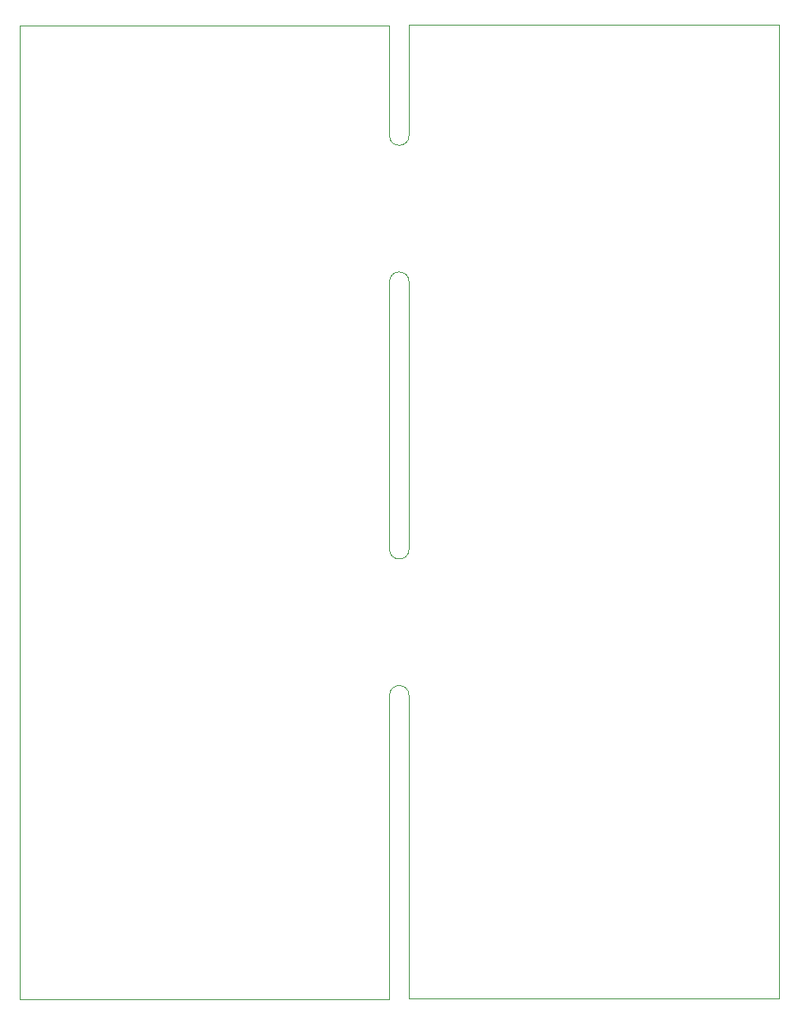
<source format=gbr>
%TF.GenerationSoftware,KiCad,Pcbnew,5.99.0-unknown-fb4343bc8f~130~ubuntu20.04.1*%
%TF.CreationDate,2021-06-28T22:25:34+02:00*%
%TF.ProjectId,MS20-Plus-VCF-v2,4d533230-2d50-46c7-9573-2d5643462d76,rev?*%
%TF.SameCoordinates,Original*%
%TF.FileFunction,Profile,NP*%
%FSLAX46Y46*%
G04 Gerber Fmt 4.6, Leading zero omitted, Abs format (unit mm)*
G04 Created by KiCad (PCBNEW 5.99.0-unknown-fb4343bc8f~130~ubuntu20.04.1) date 2021-06-28 22:25:34*
%MOMM*%
%LPD*%
G01*
G04 APERTURE LIST*
%TA.AperFunction,Profile*%
%ADD10C,0.100000*%
%TD*%
G04 APERTURE END LIST*
D10*
X78500000Y-51850000D02*
X78500000Y-63225000D01*
X76500000Y-63225000D02*
X76500000Y-51900000D01*
X78500000Y-151850000D02*
X78500000Y-120700000D01*
X76500000Y-120700000D02*
X76500000Y-151900000D01*
X76500000Y-78225000D02*
X76500000Y-105700000D01*
X78500000Y-105700000D02*
X78500000Y-78225000D01*
X78500000Y-105700000D02*
G75*
G02*
X76500000Y-105700000I-1000000J0D01*
G01*
X76500000Y-120700000D02*
G75*
G02*
X78500000Y-120700000I1000000J0D01*
G01*
X76500000Y-78225000D02*
G75*
G02*
X78500000Y-78225000I1000000J0D01*
G01*
X78500000Y-63225000D02*
G75*
G02*
X76500000Y-63225000I-1000000J0D01*
G01*
X38500000Y-151900000D02*
X38500000Y-51900000D01*
X76500000Y-151900000D02*
X38500000Y-151900000D01*
X38500000Y-51900000D02*
X76500000Y-51900000D01*
X116500000Y-151850000D02*
X78500000Y-151850000D01*
X116500000Y-51850000D02*
X116500000Y-151850000D01*
X78500000Y-51850000D02*
X116500000Y-51850000D01*
M02*

</source>
